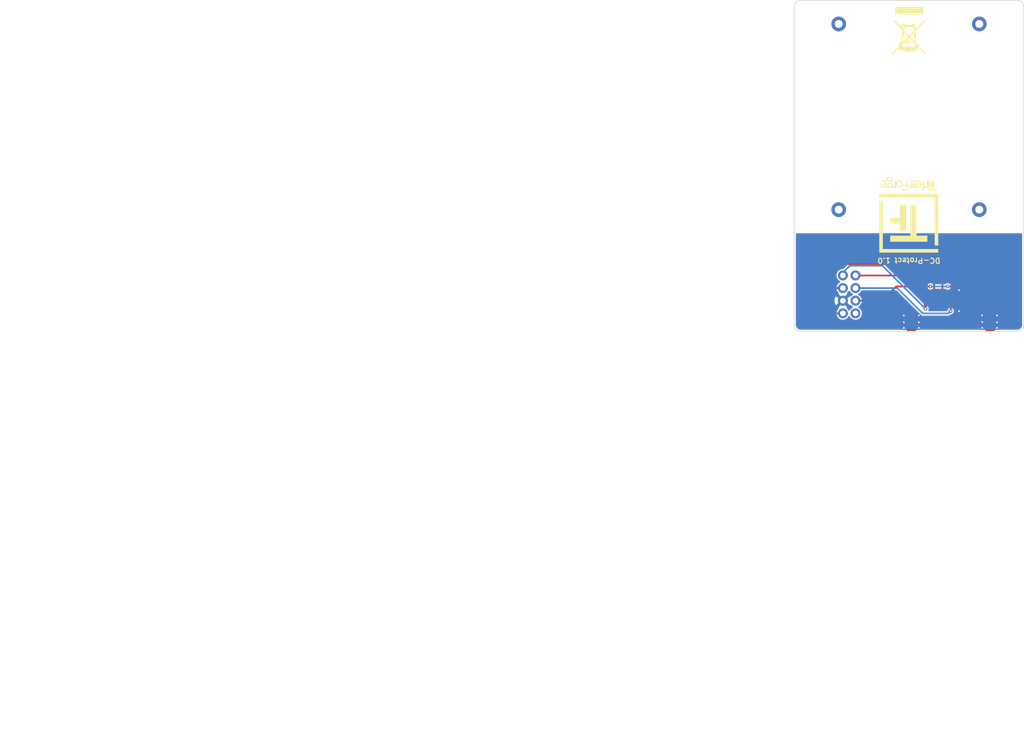
<source format=kicad_pcb>
(kicad_pcb (version 20171130) (host pcbnew "(5.1.4)-1")

  (general
    (thickness 1.6)
    (drawings 10)
    (tracks 62)
    (zones 0)
    (modules 4)
    (nets 9)
  )

  (page A4)
  (title_block
    (title "DC Protect")
    (date 2021-02-23)
    (rev 1.0)
    (company "Tinkerforge GmbH")
    (comment 1 "Licensed under CERN OHL v.1.1")
    (comment 2 "Copyright (©) 2020, T.Schneidermann <tim@tinkerforge.com>")
  )

  (layers
    (0 F.Cu signal)
    (31 B.Cu signal)
    (32 B.Adhes user)
    (33 F.Adhes user)
    (34 B.Paste user)
    (35 F.Paste user)
    (36 B.SilkS user)
    (37 F.SilkS user)
    (38 B.Mask user)
    (39 F.Mask user)
    (40 Dwgs.User user)
    (41 Cmts.User user)
    (42 Eco1.User user)
    (43 Eco2.User user)
    (44 Edge.Cuts user)
    (45 Margin user)
    (46 B.CrtYd user)
    (47 F.CrtYd user)
    (48 B.Fab user)
    (49 F.Fab user)
  )

  (setup
    (last_trace_width 0.25)
    (user_trace_width 0.2)
    (user_trace_width 0.3)
    (user_trace_width 0.5)
    (user_trace_width 0.8)
    (user_trace_width 1)
    (trace_clearance 0.149)
    (zone_clearance 0.2)
    (zone_45_only no)
    (trace_min 0.2)
    (via_size 0.55)
    (via_drill 0.25)
    (via_min_size 0.55)
    (via_min_drill 0.25)
    (user_via 0.55 0.25)
    (uvia_size 0.3)
    (uvia_drill 0.1)
    (uvias_allowed no)
    (uvia_min_size 0.2)
    (uvia_min_drill 0.1)
    (edge_width 0.1)
    (segment_width 0.2)
    (pcb_text_width 0.3)
    (pcb_text_size 1.5 1.5)
    (mod_edge_width 0.15)
    (mod_text_size 1 1)
    (mod_text_width 0.15)
    (pad_size 1.524 1.524)
    (pad_drill 0.762)
    (pad_to_mask_clearance 0)
    (aux_axis_origin 150 100)
    (grid_origin 150 100)
    (visible_elements 7FFFFFFF)
    (pcbplotparams
      (layerselection 0x010fc_ffffffff)
      (usegerberextensions true)
      (usegerberattributes false)
      (usegerberadvancedattributes false)
      (creategerberjobfile false)
      (excludeedgelayer true)
      (linewidth 0.100000)
      (plotframeref false)
      (viasonmask false)
      (mode 1)
      (useauxorigin false)
      (hpglpennumber 1)
      (hpglpenspeed 20)
      (hpglpendiameter 15.000000)
      (psnegative false)
      (psa4output false)
      (plotreference true)
      (plotvalue true)
      (plotinvisibletext false)
      (padsonsilk false)
      (subtractmaskfromsilk false)
      (outputformat 1)
      (mirror false)
      (drillshape 0)
      (scaleselection 1)
      (outputdirectory "../../../../Desktop/proto/dc-protect-180/"))
  )

  (net 0 "")
  (net 1 "Net-(P1-Pad4)")
  (net 2 "Net-(P1-Pad2)")
  (net 3 "Net-(P1-Pad6)")
  (net 4 "Net-(P1-Pad1)")
  (net 5 "Net-(P1-Pad3)")
  (net 6 "Net-(P1-Pad7)")
  (net 7 "Net-(U1-Pad8)")
  (net 8 GND)

  (net_class Default "Dies ist die voreingestellte Netzklasse."
    (clearance 0.149)
    (trace_width 0.25)
    (via_dia 0.55)
    (via_drill 0.25)
    (uvia_dia 0.3)
    (uvia_drill 0.1)
    (add_net GND)
    (add_net "Net-(P1-Pad1)")
    (add_net "Net-(P1-Pad2)")
    (add_net "Net-(P1-Pad3)")
    (add_net "Net-(P1-Pad4)")
    (add_net "Net-(P1-Pad6)")
    (add_net "Net-(P1-Pad7)")
    (add_net "Net-(U1-Pad8)")
  )

  (module tinkerforge:CON-SENSOR2 (layer F.Cu) (tedit 59030BED) (tstamp 60A21003)
    (at 156.275 132.175)
    (path /60362595)
    (fp_text reference P1 (at 0 -2.85) (layer F.Fab)
      (effects (font (size 0.3 0.3) (thickness 0.075)))
    )
    (fp_text value CON-SENSOR2-BLANK (at 0 -1.6002) (layer F.Fab)
      (effects (font (size 0.29972 0.29972) (thickness 0.07112)))
    )
    (fp_line (start -5 -0.25) (end -4.75 -0.75) (layer F.Fab) (width 0.05))
    (fp_line (start -4.75 -0.75) (end -4.5 -0.25) (layer F.Fab) (width 0.05))
    (fp_line (start -6 -0.25) (end 6 -0.25) (layer F.Fab) (width 0.05))
    (fp_line (start 6 -0.25) (end 6 -4.3) (layer F.Fab) (width 0.05))
    (fp_line (start 6 -4.3) (end -6 -4.3) (layer F.Fab) (width 0.05))
    (fp_line (start -6 -4.3) (end -6 -0.25) (layer F.Fab) (width 0.05))
    (pad 1 smd rect (at -3.75 -4.6) (size 0.6 1.8) (layers F.Cu F.Paste F.Mask)
      (net 4 "Net-(P1-Pad1)"))
    (pad 2 smd rect (at -2.5 -4.6) (size 0.6 1.8) (layers F.Cu F.Paste F.Mask)
      (net 2 "Net-(P1-Pad2)"))
    (pad EP smd rect (at -5.9 -1.2) (size 1.4 2.4) (layers F.Cu F.Paste F.Mask)
      (net 8 GND))
    (pad EP smd rect (at 5.9 -1.2) (size 1.4 2.4) (layers F.Cu F.Paste F.Mask)
      (net 8 GND))
    (pad 3 smd rect (at -1.25 -4.6) (size 0.6 1.8) (layers F.Cu F.Paste F.Mask)
      (net 5 "Net-(P1-Pad3)"))
    (pad 4 smd rect (at 0 -4.6) (size 0.6 1.8) (layers F.Cu F.Paste F.Mask)
      (net 1 "Net-(P1-Pad4)"))
    (pad 5 smd rect (at 1.25 -4.6) (size 0.6 1.8) (layers F.Cu F.Paste F.Mask)
      (net 8 GND))
    (pad 6 smd rect (at 2.5 -4.6) (size 0.6 1.8) (layers F.Cu F.Paste F.Mask)
      (net 3 "Net-(P1-Pad6)"))
    (pad 7 smd rect (at 3.75 -4.6) (size 0.6 1.8) (layers F.Cu F.Paste F.Mask)
      (net 6 "Net-(P1-Pad7)"))
    (model Connectors_TF/BrickletConn_7pin.wrl
      (offset (xyz 0 2.539999961853027 0))
      (scale (xyz 1 1 1))
      (rotate (xyz 0 0 0))
    )
  )

  (module kicad-libraries:DC-Protect (layer B.Cu) (tedit 60352734) (tstamp 603513F8)
    (at 150 100 180)
    (path /603506D1)
    (fp_text reference U1 (at 0 -0.5) (layer B.Fab)
      (effects (font (size 1 1) (thickness 0.15)) (justify mirror))
    )
    (fp_text value DC-Protect (at 0 0.5) (layer B.Fab)
      (effects (font (size 1 1) (thickness 0.15)) (justify mirror))
    )
    (fp_circle (center 0 0) (end 17 0) (layer B.Fab) (width 0.12))
    (fp_circle (center 0 0) (end 6.75 0) (layer B.Fab) (width 0.12))
    (fp_line (start 15.25 -32) (end -15.25 -32) (layer B.Fab) (width 0.12))
    (fp_line (start -15.25 -32) (end -15.25 -14.5) (layer B.Fab) (width 0.12))
    (fp_line (start -15.25 -14.5) (end -9 -14.5) (layer B.Fab) (width 0.12))
    (fp_line (start 15.25 -32) (end 15.25 -14.5) (layer B.Fab) (width 0.12))
    (fp_line (start 15.25 -14.5) (end 9 -14.5) (layer B.Fab) (width 0.12))
    (pad 1 thru_hole circle (at 9.935 -23.84 180) (size 1.5 1.5) (drill 0.85) (layers *.Cu *.Mask)
      (net 4 "Net-(P1-Pad1)"))
    (pad 3 thru_hole circle (at 9.935 -25.74 180) (size 1.5 1.5) (drill 0.85) (layers *.Cu *.Mask)
      (net 5 "Net-(P1-Pad3)"))
    (pad 5 thru_hole circle (at 9.935 -27.64 180) (size 1.5 1.5) (drill 0.85) (layers *.Cu *.Mask)
      (net 8 GND))
    (pad 2 thru_hole circle (at 8.035 -23.84 180) (size 1.5 1.5) (drill 0.85) (layers *.Cu *.Mask)
      (net 2 "Net-(P1-Pad2)"))
    (pad 4 thru_hole circle (at 8.035 -25.74 180) (size 1.5 1.5) (drill 0.85) (layers *.Cu *.Mask)
      (net 1 "Net-(P1-Pad4)"))
    (pad 6 thru_hole circle (at 8.035 -27.64 180) (size 1.5 1.5) (drill 0.85) (layers *.Cu *.Mask)
      (net 3 "Net-(P1-Pad6)"))
    (pad "" np_thru_hole circle (at 0 0 180) (size 17 17) (drill 17) (layers *.Cu *.Mask))
    (pad "" thru_hole circle (at 10.565 13.95 180) (size 2.2 2.2) (drill 1.2) (layers *.Cu *.Mask))
    (pad "" thru_hole circle (at -10.565 13.95 180) (size 2.2 2.2) (drill 1.2) (layers *.Cu *.Mask))
    (pad "" thru_hole circle (at -10.565 -13.95 180) (size 2.2 2.2) (drill 1.2) (layers *.Cu *.Mask))
    (pad "" thru_hole circle (at 10.565 -13.95 180) (size 2.2 2.2) (drill 1.2) (layers *.Cu *.Mask))
    (pad 8 thru_hole circle (at 8.035 -29.54 180) (size 1.5 1.5) (drill 0.85) (layers *.Cu *.Mask)
      (net 7 "Net-(U1-Pad8)"))
    (pad 7 thru_hole circle (at 9.935 -29.54 180) (size 1.5 1.5) (drill 0.85) (layers *.Cu *.Mask)
      (net 6 "Net-(P1-Pad7)"))
    (model ../3d/Sensors_Detectors/4641-X900.wrl
      (at (xyz 0 0 0))
      (scale (xyz 1 1 1))
      (rotate (xyz 0 0 0))
    )
  )

  (module kicad-libraries:WEEE_7mm (layer F.Cu) (tedit 5922FFAE) (tstamp 60352E0A)
    (at 150 87.1 180)
    (fp_text reference VAL (at 0 0) (layer F.SilkS) hide
      (effects (font (size 0.2 0.2) (thickness 0.05)))
    )
    (fp_text value WEEE_7mm (at 0.75 0) (layer F.SilkS) hide
      (effects (font (size 0.2 0.2) (thickness 0.05)))
    )
    (fp_poly (pts (xy 2.032 3.527778) (xy -0.014111 3.527778) (xy -2.060222 3.527778) (xy -2.060222 3.019778)
      (xy -2.060222 2.511778) (xy -0.014111 2.511778) (xy 2.032 2.511778) (xy 2.032 3.019778)
      (xy 2.032 3.527778)) (layer F.SilkS) (width 0.1))
    (fp_poly (pts (xy 2.482863 -3.409859) (xy 2.480804 -3.376179) (xy 2.471206 -3.341837) (xy 2.44964 -3.301407)
      (xy 2.411675 -3.249463) (xy 2.352883 -3.180577) (xy 2.268835 -3.089322) (xy 2.155101 -2.970274)
      (xy 2.007251 -2.818004) (xy 1.961444 -2.771041) (xy 1.439333 -2.23603) (xy 1.439333 -1.978793)
      (xy 1.439333 -1.721555) (xy 1.298222 -1.721555) (xy 1.298222 -1.994947) (xy 1.298222 -2.099005)
      (xy 1.213555 -2.017889) (xy 1.160676 -1.962169) (xy 1.131131 -1.921219) (xy 1.128889 -1.913831)
      (xy 1.153434 -1.897717) (xy 1.212566 -1.89089) (xy 1.213555 -1.890889) (xy 1.269418 -1.895963)
      (xy 1.29309 -1.922356) (xy 1.298206 -1.986828) (xy 1.298222 -1.994947) (xy 1.298222 -1.721555)
      (xy 1.28539 -1.721555) (xy 1.241376 -1.723224) (xy 1.205837 -1.724651) (xy 1.177386 -1.720468)
      (xy 1.154636 -1.705309) (xy 1.136199 -1.673804) (xy 1.120687 -1.620585) (xy 1.106713 -1.540286)
      (xy 1.092889 -1.427539) (xy 1.077827 -1.276974) (xy 1.060141 -1.083225) (xy 1.038443 -0.840924)
      (xy 1.028031 -0.725936) (xy 1.016 -0.593851) (xy 1.016 -2.342444) (xy 1.016 -2.427111)
      (xy 0.964919 -2.427111) (xy 0.964919 -2.654131) (xy 0.96044 -2.665934) (xy 0.910629 -2.701752)
      (xy 0.825292 -2.742703) (xy 0.723934 -2.781372) (xy 0.626061 -2.810345) (xy 0.551179 -2.822208)
      (xy 0.549274 -2.822222) (xy 0.494484 -2.808563) (xy 0.479778 -2.765778) (xy 0.476666 -2.742735)
      (xy 0.461334 -2.726991) (xy 0.424786 -2.717163) (xy 0.358027 -2.711867) (xy 0.252063 -2.709719)
      (xy 0.239909 -2.709686) (xy 0.239909 -2.892647) (xy 0.233665 -2.897338) (xy 0.218722 -2.899226)
      (xy 0.112749 -2.903792) (xy 0.007055 -2.899226) (xy -0.017767 -2.894178) (xy 0.007962 -2.890336)
      (xy 0.078354 -2.888317) (xy 0.112889 -2.888155) (xy 0.197687 -2.889381) (xy 0.239909 -2.892647)
      (xy 0.239909 -2.709686) (xy 0.112889 -2.709333) (xy -0.254 -2.709333) (xy -0.254 -2.782537)
      (xy -0.256796 -2.824575) (xy -0.274517 -2.843911) (xy -0.321168 -2.845575) (xy -0.402167 -2.835755)
      (xy -0.502773 -2.820747) (xy -0.559752 -2.80431) (xy -0.585498 -2.778111) (xy -0.592403 -2.733815)
      (xy -0.592667 -2.707668) (xy -0.592667 -2.624667) (xy 0.201011 -2.624667) (xy 0.434757 -2.624964)
      (xy 0.617649 -2.62606) (xy 0.755277 -2.628256) (xy 0.853229 -2.631858) (xy 0.917094 -2.637169)
      (xy 0.952461 -2.644492) (xy 0.964919 -2.654131) (xy 0.964919 -2.427111) (xy 0.026103 -2.427111)
      (xy -0.874889 -2.427111) (xy -0.874889 -2.652889) (xy -0.884518 -2.680377) (xy -0.887335 -2.681111)
      (xy -0.91143 -2.661335) (xy -0.917222 -2.652889) (xy -0.914985 -2.626883) (xy -0.904777 -2.624667)
      (xy -0.876038 -2.645153) (xy -0.874889 -2.652889) (xy -0.874889 -2.427111) (xy -0.963793 -2.427111)
      (xy -0.943537 -2.166055) (xy -0.938094 -2.087369) (xy -0.932714 -2.024235) (xy -0.92321 -1.970393)
      (xy -0.905395 -1.919583) (xy -0.875081 -1.865545) (xy -0.828081 -1.802019) (xy -0.760208 -1.722746)
      (xy -0.667273 -1.621464) (xy -0.54509 -1.491915) (xy -0.389471 -1.327837) (xy -0.366889 -1.303985)
      (xy -0.042333 -0.961041) (xy 0.205281 -1.207243) (xy 0.452896 -1.453444) (xy 0.099448 -1.461343)
      (xy -0.254 -1.469242) (xy -0.254 -1.623621) (xy -0.254 -1.778) (xy 0.183444 -1.778)
      (xy 0.620889 -1.778) (xy 0.620889 -1.701353) (xy 0.622969 -1.664993) (xy 0.634687 -1.65375)
      (xy 0.664256 -1.671682) (xy 0.719893 -1.722845) (xy 0.776111 -1.778) (xy 0.854414 -1.857186)
      (xy 0.900636 -1.914327) (xy 0.92323 -1.966659) (xy 0.930646 -2.031417) (xy 0.931333 -2.094536)
      (xy 0.934803 -2.190842) (xy 0.947055 -2.241675) (xy 0.97085 -2.257681) (xy 0.973667 -2.257778)
      (xy 1.007275 -2.28302) (xy 1.016 -2.342444) (xy 1.016 -0.593851) (xy 0.954054 0.086239)
      (xy 1.34486 0.498024) (xy 1.555216 0.719617) (xy 1.729916 0.903769) (xy 1.872041 1.054091)
      (xy 1.984676 1.174196) (xy 2.070901 1.267694) (xy 2.133801 1.338196) (xy 2.176457 1.389314)
      (xy 2.201952 1.424658) (xy 2.21337 1.447841) (xy 2.213792 1.462473) (xy 2.206301 1.472165)
      (xy 2.19398 1.480529) (xy 2.187398 1.485028) (xy 2.139541 1.515553) (xy 2.118022 1.524)
      (xy 2.094879 1.504317) (xy 2.039069 1.449218) (xy 1.956356 1.364626) (xy 1.852504 1.256463)
      (xy 1.733278 1.130652) (xy 1.678916 1.072812) (xy 1.255889 0.621625) (xy 1.239947 0.712979)
      (xy 1.197516 0.849251) (xy 1.119827 0.950313) (xy 1.079557 0.982306) (xy 1.017977 1.011638)
      (xy 1.017977 0.632978) (xy 0.995676 0.556992) (xy 0.945013 0.49721) (xy 0.945013 -1.715394)
      (xy 0.94482 -1.716067) (xy 0.923395 -1.700567) (xy 0.870211 -1.651048) (xy 0.792165 -1.57462)
      (xy 0.696154 -1.478392) (xy 0.589075 -1.369476) (xy 0.477826 -1.254981) (xy 0.369303 -1.142017)
      (xy 0.270405 -1.037695) (xy 0.188029 -0.949124) (xy 0.129071 -0.883415) (xy 0.100429 -0.847678)
      (xy 0.098778 -0.843916) (xy 0.117043 -0.81413) (xy 0.166773 -0.753937) (xy 0.240369 -0.67125)
      (xy 0.330231 -0.573984) (xy 0.42876 -0.470051) (xy 0.528358 -0.367365) (xy 0.621424 -0.273839)
      (xy 0.70036 -0.197387) (xy 0.757566 -0.145921) (xy 0.785443 -0.127355) (xy 0.786505 -0.12776)
      (xy 0.793707 -0.159396) (xy 0.805121 -0.239895) (xy 0.819901 -0.361901) (xy 0.837205 -0.51806)
      (xy 0.856186 -0.701015) (xy 0.876002 -0.903411) (xy 0.878183 -0.926402) (xy 0.897143 -1.129855)
      (xy 0.913788 -1.314176) (xy 0.927509 -1.472128) (xy 0.937694 -1.596473) (xy 0.943732 -1.679974)
      (xy 0.945013 -1.715394) (xy 0.945013 0.49721) (xy 0.944024 0.496043) (xy 0.871243 0.460602)
      (xy 0.785555 0.461141) (xy 0.764432 0.470982) (xy 0.764432 0.168896) (xy 0.745079 0.120107)
      (xy 0.697438 0.051745) (xy 0.618576 -0.041481) (xy 0.505557 -0.164861) (xy 0.374559 -0.303585)
      (xy -0.041854 -0.741711) (xy -0.132242 -0.647751) (xy -0.132242 -0.841738) (xy -0.508984 -1.238599)
      (xy -0.625421 -1.36067) (xy -0.727784 -1.466874) (xy -0.810087 -1.55109) (xy -0.866341 -1.607198)
      (xy -0.89056 -1.629078) (xy -0.891025 -1.629119) (xy -0.890844 -1.599805) (xy -0.886195 -1.523686)
      (xy -0.877886 -1.410152) (xy -0.866727 -1.268597) (xy -0.853528 -1.108412) (xy -0.839099 -0.938988)
      (xy -0.824249 -0.769717) (xy -0.809789 -0.60999) (xy -0.796527 -0.4692) (xy -0.785274 -0.356738)
      (xy -0.776839 -0.281995) (xy -0.772591 -0.25543) (xy -0.74805 -0.256656) (xy -0.687291 -0.300651)
      (xy -0.590212 -0.387499) (xy -0.456711 -0.517286) (xy -0.445848 -0.528132) (xy -0.132242 -0.841738)
      (xy -0.132242 -0.647751) (xy -0.403136 -0.366149) (xy -0.532757 -0.230252) (xy -0.62722 -0.127772)
      (xy -0.691435 -0.052372) (xy -0.730313 0.002286) (xy -0.748765 0.04254) (xy -0.751699 0.074729)
      (xy -0.750572 0.082317) (xy -0.742402 0.14269) (xy -0.732359 0.241951) (xy -0.722136 0.362656)
      (xy -0.718145 0.416278) (xy -0.699563 0.677333) (xy -0.138115 0.677333) (xy 0.423333 0.677333)
      (xy 0.423333 0.584835) (xy 0.449981 0.463491) (xy 0.523642 0.355175) (xy 0.63489 0.272054)
      (xy 0.682126 0.250719) (xy 0.73002 0.228911) (xy 0.758434 0.2034) (xy 0.764432 0.168896)
      (xy 0.764432 0.470982) (xy 0.711835 0.495489) (xy 0.659024 0.562819) (xy 0.647539 0.649049)
      (xy 0.676635 0.735445) (xy 0.723473 0.788174) (xy 0.784468 0.828555) (xy 0.830825 0.846601)
      (xy 0.832555 0.846667) (xy 0.877213 0.830394) (xy 0.938072 0.790949) (xy 0.941638 0.788174)
      (xy 1.002705 0.713529) (xy 1.017977 0.632978) (xy 1.017977 1.011638) (xy 0.949842 1.044093)
      (xy 0.810166 1.060981) (xy 0.675259 1.034339) (xy 0.559855 0.965538) (xy 0.525993 0.9308)
      (xy 0.455199 0.846667) (xy -0.0264 0.846667) (xy -0.508 0.846667) (xy -0.508 0.959556)
      (xy -0.508 1.072445) (xy -0.649111 1.072445) (xy -0.790222 1.072445) (xy -0.790222 0.975954)
      (xy -0.803072 0.881747) (xy -0.831861 0.799565) (xy -0.85235 0.735143) (xy -0.871496 0.630455)
      (xy -0.886633 0.501661) (xy -0.8916 0.437445) (xy -0.909702 0.155222) (xy -1.596125 0.853722)
      (xy -1.756866 1.017004) (xy -1.904817 1.166738) (xy -2.035402 1.29834) (xy -2.144049 1.407222)
      (xy -2.226183 1.4888) (xy -2.277232 1.538486) (xy -2.292741 1.552222) (xy -2.318618 1.535182)
      (xy -2.3368 1.518356) (xy -2.366614 1.474736) (xy -2.370667 1.458297) (xy -2.351653 1.432751)
      (xy -2.297528 1.371534) (xy -2.212667 1.27931) (xy -2.101445 1.160741) (xy -1.968236 1.020491)
      (xy -1.817416 0.863223) (xy -1.653359 0.693601) (xy -1.649999 0.690141) (xy -0.929331 -0.051823)
      (xy -1.000888 -0.874398) (xy -1.019193 -1.08713) (xy -1.035769 -1.284177) (xy -1.049992 -1.457782)
      (xy -1.061239 -1.600189) (xy -1.068889 -1.70364) (xy -1.072318 -1.760379) (xy -1.072445 -1.765937)
      (xy -1.083169 -1.796856) (xy -1.117145 -1.848518) (xy -1.177081 -1.924038) (xy -1.265681 -2.026535)
      (xy -1.385653 -2.159123) (xy -1.539703 -2.324921) (xy -1.730537 -2.527044) (xy -1.763174 -2.561396)
      (xy -1.94576 -2.753708) (xy -2.093058 -2.909847) (xy -2.208848 -3.034377) (xy -2.296909 -3.131865)
      (xy -2.361021 -3.206878) (xy -2.404962 -3.263981) (xy -2.432513 -3.30774) (xy -2.447452 -3.342721)
      (xy -2.453559 -3.373491) (xy -2.454619 -3.396775) (xy -2.455333 -3.505661) (xy -2.136329 -3.170998)
      (xy -2.000627 -3.028421) (xy -1.842494 -2.861938) (xy -1.678217 -2.688716) (xy -1.524082 -2.52592)
      (xy -1.466152 -2.46464) (xy -1.354055 -2.346541) (xy -1.256193 -2.244484) (xy -1.178749 -2.164831)
      (xy -1.127907 -2.113947) (xy -1.109886 -2.09804) (xy -1.109577 -2.126426) (xy -1.113821 -2.195386)
      (xy -1.12076 -2.279234) (xy -1.130834 -2.37523) (xy -1.143684 -2.427922) (xy -1.166434 -2.45028)
      (xy -1.206208 -2.455276) (xy -1.217475 -2.455333) (xy -1.274769 -2.462802) (xy -1.295863 -2.497097)
      (xy -1.298222 -2.54) (xy -1.290268 -2.600887) (xy -1.25796 -2.622991) (xy -1.232974 -2.624667)
      (xy -1.165809 -2.649307) (xy -1.106569 -2.707387) (xy -1.038059 -2.780849) (xy -0.96015 -2.840472)
      (xy -0.90268 -2.886543) (xy -0.87527 -2.932359) (xy -0.874889 -2.936944) (xy -0.866717 -2.958171)
      (xy -0.836053 -2.973488) (xy -0.773676 -2.98482) (xy -0.670366 -2.994091) (xy -0.571902 -3.000209)
      (xy -0.444753 -3.009947) (xy -0.342774 -3.022633) (xy -0.277341 -3.036575) (xy -0.259106 -3.046795)
      (xy -0.227621 -3.061127) (xy -0.152899 -3.071083) (xy -0.047962 -3.076818) (xy 0.074164 -3.078489)
      (xy 0.200456 -3.076251) (xy 0.31789 -3.07026) (xy 0.41344 -3.060673) (xy 0.474084 -3.047645)
      (xy 0.488466 -3.037844) (xy 0.523084 -3.012128) (xy 0.59531 -2.989452) (xy 0.645346 -2.980608)
      (xy 0.752526 -2.955733) (xy 0.873538 -2.912358) (xy 0.942299 -2.880321) (xy 1.046225 -2.831835)
      (xy 1.128071 -2.811654) (xy 1.210866 -2.814154) (xy 1.212404 -2.814358) (xy 1.324381 -2.811082)
      (xy 1.398504 -2.765955) (xy 1.435053 -2.678737) (xy 1.439333 -2.621893) (xy 1.416263 -2.519845)
      (xy 1.351912 -2.452433) (xy 1.25357 -2.427141) (xy 1.249609 -2.427111) (xy 1.20332 -2.41653)
      (xy 1.186549 -2.373932) (xy 1.185333 -2.342444) (xy 1.192841 -2.282987) (xy 1.210931 -2.257784)
      (xy 1.211244 -2.257778) (xy 1.236778 -2.277108) (xy 1.296879 -2.331881) (xy 1.386564 -2.417269)
      (xy 1.500846 -2.528446) (xy 1.634743 -2.660585) (xy 1.783269 -2.808858) (xy 1.859662 -2.885722)
      (xy 2.48217 -3.513666) (xy 2.482863 -3.409859)) (layer F.SilkS) (width 0.1))
  )

  (module kicad-libraries:Logo_TF_10x12 (layer F.Cu) (tedit 0) (tstamp 60352C19)
    (at 149.96 114.89 180)
    (fp_text reference G*** (at 0 0) (layer F.SilkS) hide
      (effects (font (size 1.524 1.524) (thickness 0.3)))
    )
    (fp_text value LOGO (at 0.75 0) (layer F.SilkS) hide
      (effects (font (size 1.524 1.524) (thickness 0.3)))
    )
    (fp_poly (pts (xy 2.875744 4.214741) (xy 2.901713 4.215197) (xy 2.922347 4.216147) (xy 2.939596 4.217748)
      (xy 2.95541 4.220156) (xy 2.971738 4.223526) (xy 2.981036 4.2257) (xy 2.99557 4.229064)
      (xy 3.008627 4.231654) (xy 3.021677 4.233556) (xy 3.036193 4.234858) (xy 3.053647 4.235647)
      (xy 3.075512 4.236012) (xy 3.103259 4.236039) (xy 3.138361 4.235816) (xy 3.1496 4.235722)
      (xy 3.185253 4.235323) (xy 3.220504 4.234764) (xy 3.253487 4.234085) (xy 3.282334 4.23333)
      (xy 3.305177 4.232539) (xy 3.317009 4.231962) (xy 3.362036 4.229258) (xy 3.362036 4.364181)
      (xy 3.265054 4.364181) (xy 3.236252 4.364288) (xy 3.210851 4.364587) (xy 3.190201 4.365046)
      (xy 3.175652 4.36563) (xy 3.168551 4.366308) (xy 3.168072 4.366543) (xy 3.170487 4.371251)
      (xy 3.176836 4.381397) (xy 3.185773 4.394835) (xy 3.186302 4.39561) (xy 3.206973 4.43038)
      (xy 3.221865 4.466432) (xy 3.231496 4.505694) (xy 3.236388 4.550096) (xy 3.237273 4.584457)
      (xy 3.234105 4.643863) (xy 3.224608 4.697477) (xy 3.208544 4.746451) (xy 3.199758 4.765963)
      (xy 3.177334 4.803259) (xy 3.148586 4.837661) (xy 3.115513 4.867149) (xy 3.080111 4.8897)
      (xy 3.075187 4.892139) (xy 3.020884 4.91355) (xy 2.960962 4.928915) (xy 2.897016 4.937959)
      (xy 2.830635 4.940409) (xy 2.800927 4.939319) (xy 2.779611 4.937911) (xy 2.761308 4.936442)
      (xy 2.748237 4.935106) (xy 2.743054 4.934267) (xy 2.739531 4.934095) (xy 2.736151 4.93654)
      (xy 2.732355 4.942786) (xy 2.727586 4.954016) (xy 2.721285 4.971414) (xy 2.712893 4.996163)
      (xy 2.710595 5.003061) (xy 2.700496 5.041199) (xy 2.697193 5.074202) (xy 2.700716 5.101626)
      (xy 2.703559 5.109807) (xy 2.708645 5.119733) (xy 2.715444 5.128076) (xy 2.724778 5.135005)
      (xy 2.737466 5.140688) (xy 2.754328 5.145295) (xy 2.776185 5.148994) (xy 2.803857 5.151954)
      (xy 2.838164 5.154345) (xy 2.879925 5.156334) (xy 2.929961 5.158092) (xy 2.939472 5.158383)
      (xy 2.987998 5.159996) (xy 3.028609 5.161735) (xy 3.062628 5.16374) (xy 3.091378 5.16615)
      (xy 3.11618 5.169105) (xy 3.138357 5.172744) (xy 3.159232 5.177205) (xy 3.180126 5.182629)
      (xy 3.186304 5.18438) (xy 3.231131 5.201463) (xy 3.269291 5.224924) (xy 3.300686 5.254655)
      (xy 3.325219 5.29055) (xy 3.342791 5.332502) (xy 3.350566 5.363655) (xy 3.354092 5.38929)
      (xy 3.356275 5.420438) (xy 3.35711 5.454262) (xy 3.356594 5.487924) (xy 3.354722 5.518589)
      (xy 3.35149 5.543419) (xy 3.350832 5.546728) (xy 3.335413 5.598713) (xy 3.312364 5.645613)
      (xy 3.281843 5.687306) (xy 3.244009 5.72367) (xy 3.19902 5.754584) (xy 3.147036 5.779926)
      (xy 3.088215 5.799574) (xy 3.022717 5.813407) (xy 2.998403 5.816833) (xy 2.958766 5.820425)
      (xy 2.913173 5.822366) (xy 2.864756 5.822662) (xy 2.816645 5.821314) (xy 2.771972 5.818326)
      (xy 2.754745 5.816556) (xy 2.690253 5.805848) (xy 2.632784 5.789534) (xy 2.582436 5.767683)
      (xy 2.539306 5.74036) (xy 2.503492 5.707632) (xy 2.475092 5.669566) (xy 2.454202 5.62623)
      (xy 2.447415 5.605512) (xy 2.441088 5.576712) (xy 2.436797 5.54349) (xy 2.434659 5.508714)
      (xy 2.434793 5.475255) (xy 2.435605 5.465836) (xy 2.59186 5.465836) (xy 2.592502 5.50229)
      (xy 2.597135 5.530272) (xy 2.608178 5.565974) (xy 2.624949 5.59637) (xy 2.647948 5.621823)
      (xy 2.677675 5.642692) (xy 2.714631 5.659338) (xy 2.759315 5.672121) (xy 2.805545 5.680479)
      (xy 2.82374 5.682096) (xy 2.848418 5.682938) (xy 2.877226 5.683061) (xy 2.90781 5.682524)
      (xy 2.937816 5.681383) (xy 2.96489 5.679697) (xy 2.986677 5.677522) (xy 2.9972 5.675808)
      (xy 3.049526 5.661636) (xy 3.093877 5.642892) (xy 3.130338 5.619512) (xy 3.158993 5.591433)
      (xy 3.179929 5.558591) (xy 3.190046 5.532701) (xy 3.194224 5.512466) (xy 3.196748 5.486687)
      (xy 3.197568 5.45864) (xy 3.196634 5.431605) (xy 3.193896 5.408859) (xy 3.192061 5.400892)
      (xy 3.180271 5.372702) (xy 3.162723 5.347829) (xy 3.141372 5.328933) (xy 3.13727 5.326369)
      (xy 3.123471 5.31884) (xy 3.109468 5.312631) (xy 3.094154 5.307582) (xy 3.076421 5.303529)
      (xy 3.05516 5.300309) (xy 3.029264 5.29776) (xy 2.997625 5.295721) (xy 2.959134 5.294028)
      (xy 2.912683 5.292519) (xy 2.904836 5.292295) (xy 2.867876 5.291189) (xy 2.832853 5.290018)
      (xy 2.801118 5.288836) (xy 2.77402 5.287698) (xy 2.752909 5.286659) (xy 2.739136 5.285774)
      (xy 2.735957 5.285471) (xy 2.71255 5.282745) (xy 2.670559 5.322273) (xy 2.646207 5.346249)
      (xy 2.62813 5.366893) (xy 2.615017 5.386144) (xy 2.605559 5.40594) (xy 2.598445 5.428221)
      (xy 2.598108 5.429511) (xy 2.59186 5.465836) (xy 2.435605 5.465836) (xy 2.437319 5.445984)
      (xy 2.440193 5.430981) (xy 2.453603 5.391216) (xy 2.473493 5.353453) (xy 2.500553 5.316726)
      (xy 2.535472 5.280068) (xy 2.568641 5.250872) (xy 2.605004 5.220854) (xy 2.594081 5.211618)
      (xy 2.576472 5.191649) (xy 2.561831 5.165127) (xy 2.551134 5.134514) (xy 2.545357 5.102275)
      (xy 2.544618 5.086701) (xy 2.545422 5.070594) (xy 2.548314 5.054835) (xy 2.554011 5.036598)
      (xy 2.563233 5.013058) (xy 2.563498 5.012418) (xy 2.573821 4.988653) (xy 2.585486 4.96358)
      (xy 2.596584 4.94124) (xy 2.600925 4.933085) (xy 2.609207 4.91752) (xy 2.615161 4.905381)
      (xy 2.617845 4.898631) (xy 2.617836 4.897903) (xy 2.613 4.894934) (xy 2.604252 4.890109)
      (xy 2.570634 4.867478) (xy 2.539033 4.837206) (xy 2.510583 4.800847) (xy 2.486421 4.759954)
      (xy 2.467683 4.716082) (xy 2.460822 4.693955) (xy 2.455725 4.668256) (xy 2.4522 4.636251)
      (xy 2.450278 4.600583) (xy 2.4502 4.590508) (xy 2.607811 4.590508) (xy 2.60972 4.623468)
      (xy 2.613858 4.651988) (xy 2.615555 4.659259) (xy 2.630559 4.700969) (xy 2.65196 4.736055)
      (xy 2.679644 4.764443) (xy 2.713496 4.786063) (xy 2.753403 4.80084) (xy 2.799251 4.808703)
      (xy 2.850926 4.809578) (xy 2.851459 4.809552) (xy 2.876101 4.807325) (xy 2.902812 4.803352)
      (xy 2.926261 4.798442) (xy 2.928625 4.797823) (xy 2.969842 4.783056) (xy 3.004047 4.762704)
      (xy 3.031537 4.736403) (xy 3.052609 4.703792) (xy 3.067559 4.664509) (xy 3.076684 4.618192)
      (xy 3.07683 4.617027) (xy 3.079291 4.573266) (xy 3.076215 4.530159) (xy 3.067994 4.489613)
      (xy 3.055017 4.453534) (xy 3.037677 4.423828) (xy 3.037015 4.422952) (xy 3.009926 4.394939)
      (xy 2.976203 4.372784) (xy 2.936531 4.356712) (xy 2.891594 4.346945) (xy 2.842076 4.343708)
      (xy 2.800794 4.34585) (xy 2.75554 4.354437) (xy 2.715346 4.37043) (xy 2.680702 4.393425)
      (xy 2.652099 4.42302) (xy 2.630026 4.458811) (xy 2.61547 4.498493) (xy 2.610683 4.52467)
      (xy 2.608131 4.556458) (xy 2.607811 4.590508) (xy 2.4502 4.590508) (xy 2.449991 4.563893)
      (xy 2.451371 4.528823) (xy 2.454448 4.498018) (xy 2.458251 4.477824) (xy 2.476227 4.424272)
      (xy 2.501695 4.375471) (xy 2.534123 4.332078) (xy 2.572979 4.294752) (xy 2.617732 4.264151)
      (xy 2.640289 4.25245) (xy 2.667464 4.240219) (xy 2.691712 4.230886) (xy 2.715031 4.224078)
      (xy 2.739418 4.219422) (xy 2.766869 4.216544) (xy 2.799381 4.21507) (xy 2.838951 4.214626)
      (xy 2.842491 4.214624) (xy 2.875744 4.214741)) (layer F.SilkS) (width 0.01))
    (fp_poly (pts (xy -0.993558 4.213079) (xy -0.950311 4.215173) (xy -0.914074 4.218524) (xy -0.882652 4.223641)
      (xy -0.853847 4.231034) (xy -0.825465 4.241208) (xy -0.79531 4.254675) (xy -0.778944 4.262769)
      (xy -0.733314 4.290983) (xy -0.69315 4.326537) (xy -0.658552 4.369252) (xy -0.629623 4.418949)
      (xy -0.606464 4.475449) (xy -0.589176 4.538572) (xy -0.57786 4.608139) (xy -0.576602 4.619947)
      (xy -0.574515 4.643445) (xy -0.573401 4.664002) (xy -0.573297 4.684133) (xy -0.574244 4.706356)
      (xy -0.576278 4.733186) (xy -0.578751 4.760034) (xy -0.581321 4.787492) (xy -0.583533 4.812536)
      (xy -0.585241 4.833395) (xy -0.586299 4.848299) (xy -0.586579 4.854863) (xy -0.586509 4.867563)
      (xy -1.229762 4.867563) (xy -1.226695 4.907972) (xy -1.222049 4.948007) (xy -1.214519 4.980902)
      (xy -1.20365 5.008427) (xy -1.198517 5.017902) (xy -1.17558 5.050741) (xy -1.148952 5.076247)
      (xy -1.116946 5.09575) (xy -1.082995 5.109002) (xy -1.071618 5.112395) (xy -1.060813 5.11493)
      (xy -1.049033 5.116714) (xy -1.034727 5.117859) (xy -1.016346 5.118472) (xy -0.99234 5.118663)
      (xy -0.96116 5.118542) (xy -0.949037 5.118453) (xy -0.910961 5.117798) (xy -0.868227 5.116479)
      (xy -0.82444 5.114643) (xy -0.783206 5.112438) (xy -0.752764 5.110379) (xy -0.722383 5.108136)
      (xy -0.693535 5.106173) (xy -0.668084 5.104604) (xy -0.647893 5.103543) (xy -0.634825 5.103104)
      (xy -0.633846 5.103098) (xy -0.6096 5.103091) (xy -0.6096 5.193145) (xy -0.609646 5.224101)
      (xy -0.609859 5.247022) (xy -0.610359 5.263111) (xy -0.611262 5.273569) (xy -0.612686 5.279599)
      (xy -0.614748 5.282402) (xy -0.617564 5.283181) (xy -0.61839 5.2832) (xy -0.626523 5.284095)
      (xy -0.641259 5.286505) (xy -0.660171 5.290012) (xy -0.672654 5.292499) (xy -0.735191 5.304492)
      (xy -0.792084 5.313556) (xy -0.846326 5.320029) (xy -0.900915 5.324246) (xy -0.958843 5.326544)
      (xy -0.979055 5.326936) (xy -1.010777 5.327322) (xy -1.040258 5.327506) (xy -1.065958 5.32749)
      (xy -1.086335 5.327281) (xy -1.099849 5.326881) (xy -1.103746 5.326589) (xy -1.136074 5.320994)
      (xy -1.171532 5.312153) (xy -1.207437 5.300951) (xy -1.241106 5.288276) (xy -1.269854 5.275013)
      (xy -1.283505 5.267217) (xy -1.327806 5.233773) (xy -1.366054 5.19341) (xy -1.398268 5.1461)
      (xy -1.424465 5.091814) (xy -1.444663 5.030526) (xy -1.452686 4.996434) (xy -1.462628 4.936534)
      (xy -1.469134 4.871105) (xy -1.472021 4.803263) (xy -1.471106 4.736123) (xy -1.469552 4.708997)
      (xy -1.465533 4.671067) (xy -1.233055 4.671067) (xy -1.233055 4.687547) (xy -0.810491 4.685145)
      (xy -0.812159 4.643581) (xy -0.815329 4.608512) (xy -0.821678 4.572987) (xy -0.830558 4.539494)
      (xy -0.841323 4.51052) (xy -0.85192 4.49062) (xy -0.877628 4.459865) (xy -0.909507 4.43547)
      (xy -0.932878 4.423599) (xy -0.944871 4.419067) (xy -0.956721 4.416008) (xy -0.970685 4.41414)
      (xy -0.989019 4.413177) (xy -1.013982 4.412837) (xy -1.018549 4.412822) (xy -1.078825 4.412672)
      (xy -1.114075 4.430094) (xy -1.148158 4.451076) (xy -1.175512 4.477485) (xy -1.197551 4.510733)
      (xy -1.200578 4.516581) (xy -1.210014 4.539946) (xy -1.218604 4.569539) (xy -1.225718 4.602356)
      (xy -1.230722 4.635393) (xy -1.232986 4.665644) (xy -1.233055 4.671067) (xy -1.465533 4.671067)
      (xy -1.461254 4.630693) (xy -1.447981 4.559857) (xy -1.42957 4.496075) (xy -1.405859 4.438931)
      (xy -1.376683 4.38801) (xy -1.34188 4.342896) (xy -1.315014 4.315414) (xy -1.274363 4.282053)
      (xy -1.231007 4.255573) (xy -1.184029 4.235681) (xy -1.132515 4.222088) (xy -1.075549 4.214501)
      (xy -1.012217 4.21263) (xy -0.993558 4.213079)) (layer F.SilkS) (width 0.01))
    (fp_poly (pts (xy 1.469163 4.214863) (xy 1.532286 4.224051) (xy 1.588966 4.239558) (xy 1.639494 4.261541)
      (xy 1.684157 4.290158) (xy 1.723245 4.325568) (xy 1.757047 4.367929) (xy 1.785851 4.417399)
      (xy 1.789738 4.425399) (xy 1.809552 4.475114) (xy 1.825551 4.531862) (xy 1.837672 4.594236)
      (xy 1.845855 4.660831) (xy 1.850036 4.730239) (xy 1.850153 4.801055) (xy 1.846146 4.871872)
      (xy 1.83795 4.941283) (xy 1.825505 5.007882) (xy 1.816975 5.042258) (xy 1.796906 5.101603)
      (xy 1.770861 5.15399) (xy 1.738793 5.199453) (xy 1.700654 5.238023) (xy 1.656396 5.269732)
      (xy 1.605972 5.294614) (xy 1.549335 5.312701) (xy 1.486437 5.324025) (xy 1.417231 5.328618)
      (xy 1.397 5.328704) (xy 1.371299 5.32822) (xy 1.346083 5.327272) (xy 1.3243 5.325998)
      (xy 1.309254 5.324583) (xy 1.249724 5.313704) (xy 1.196064 5.297282) (xy 1.14814 5.275089)
      (xy 1.105814 5.246897) (xy 1.068949 5.212476) (xy 1.03741 5.1716) (xy 1.011059 5.12404)
      (xy 0.98976 5.069567) (xy 0.973376 5.007954) (xy 0.961772 4.938971) (xy 0.954809 4.862392)
      (xy 0.952352 4.777988) (xy 0.952407 4.772564) (xy 1.114978 4.772564) (xy 1.115531 4.815509)
      (xy 1.116874 4.856409) (xy 1.119008 4.893391) (xy 1.121932 4.924578) (xy 1.123969 4.939145)
      (xy 1.136109 4.996401) (xy 1.152506 5.045638) (xy 1.173392 5.087152) (xy 1.198998 5.121235)
      (xy 1.229555 5.148184) (xy 1.265292 5.16829) (xy 1.306443 5.18185) (xy 1.316182 5.183971)
      (xy 1.341568 5.187526) (xy 1.372511 5.189572) (xy 1.405895 5.190109) (xy 1.438603 5.189136)
      (xy 1.46752 5.186654) (xy 1.483982 5.183988) (xy 1.522083 5.173216) (xy 1.554555 5.157644)
      (xy 1.584408 5.135742) (xy 1.591585 5.129312) (xy 1.61616 5.102461) (xy 1.636333 5.071024)
      (xy 1.652738 5.033715) (xy 1.66601 4.989246) (xy 1.670584 4.969163) (xy 1.674118 4.951972)
      (xy 1.676899 4.936786) (xy 1.679019 4.92216) (xy 1.680572 4.906649) (xy 1.681649 4.888808)
      (xy 1.682345 4.867192) (xy 1.682751 4.840356) (xy 1.682961 4.806855) (xy 1.683048 4.7752)
      (xy 1.683051 4.733796) (xy 1.682833 4.700325) (xy 1.682333 4.673482) (xy 1.681491 4.651964)
      (xy 1.680249 4.634468) (xy 1.678545 4.619691) (xy 1.676321 4.606329) (xy 1.674981 4.599709)
      (xy 1.662858 4.55015) (xy 1.649008 4.508438) (xy 1.632815 4.473249) (xy 1.613666 4.44326)
      (xy 1.590943 4.417149) (xy 1.58934 4.415566) (xy 1.557959 4.39005) (xy 1.522354 4.371132)
      (xy 1.481759 4.358578) (xy 1.435407 4.352151) (xy 1.382532 4.351617) (xy 1.381413 4.351664)
      (xy 1.329367 4.356722) (xy 1.28401 4.367358) (xy 1.244916 4.383973) (xy 1.211656 4.406968)
      (xy 1.183805 4.436743) (xy 1.160933 4.473697) (xy 1.142615 4.518232) (xy 1.128423 4.570748)
      (xy 1.124041 4.592781) (xy 1.120652 4.617831) (xy 1.118051 4.650208) (xy 1.116238 4.688039)
      (xy 1.115213 4.729449) (xy 1.114978 4.772564) (xy 0.952407 4.772564) (xy 0.952852 4.729018)
      (xy 0.953903 4.694187) (xy 0.955416 4.660142) (xy 0.95727 4.628861) (xy 0.959342 4.602322)
      (xy 0.961512 4.582504) (xy 0.962103 4.578537) (xy 0.976458 4.509884) (xy 0.996136 4.448712)
      (xy 1.021296 4.394885) (xy 1.052099 4.348271) (xy 1.088704 4.308736) (xy 1.13127 4.276145)
      (xy 1.179958 4.250365) (xy 1.234926 4.231262) (xy 1.296334 4.218702) (xy 1.364343 4.212551)
      (xy 1.399309 4.211836) (xy 1.469163 4.214863)) (layer F.SilkS) (width 0.01))
    (fp_poly (pts (xy 3.815993 4.212061) (xy 3.862811 4.215306) (xy 3.905976 4.22178) (xy 3.941618 4.231008)
      (xy 3.994968 4.252811) (xy 4.042105 4.280671) (xy 4.083169 4.314802) (xy 4.118301 4.355414)
      (xy 4.147642 4.402721) (xy 4.171333 4.456934) (xy 4.189514 4.518267) (xy 4.202326 4.586931)
      (xy 4.207526 4.632077) (xy 4.210174 4.667881) (xy 4.210903 4.699563) (xy 4.209728 4.732037)
      (xy 4.207874 4.756768) (xy 4.205893 4.780397) (xy 4.204246 4.801173) (xy 4.203081 4.817123)
      (xy 4.202549 4.82627) (xy 4.202532 4.827154) (xy 4.202138 4.828667) (xy 4.200545 4.829978)
      (xy 4.19714 4.831104) (xy 4.191312 4.832056) (xy 4.182449 4.832851) (xy 4.169939 4.833501)
      (xy 4.153172 4.834023) (xy 4.131536 4.834428) (xy 4.104418 4.834733) (xy 4.071208 4.83495)
      (xy 4.031293 4.835095) (xy 3.984063 4.835181) (xy 3.928905 4.835224) (xy 3.865209 4.835236)
      (xy 3.508557 4.835236) (xy 3.511781 4.883353) (xy 3.518922 4.946756) (xy 3.531353 5.002605)
      (xy 3.549085 5.050926) (xy 3.572128 5.091744) (xy 3.600495 5.125085) (xy 3.627754 5.146876)
      (xy 3.647334 5.158978) (xy 3.666758 5.168792) (xy 3.687164 5.176481) (xy 3.709694 5.18221)
      (xy 3.735485 5.186142) (xy 3.765678 5.188441) (xy 3.801414 5.18927) (xy 3.84383 5.188794)
      (xy 3.894068 5.187176) (xy 3.905113 5.186731) (xy 3.942751 5.185078) (xy 3.981583 5.183196)
      (xy 4.019367 5.181207) (xy 4.053861 5.179231) (xy 4.082822 5.177391) (xy 4.097595 5.176326)
      (xy 4.121655 5.174592) (xy 4.142249 5.17335) (xy 4.15772 5.172679) (xy 4.166408 5.172662)
      (xy 4.167671 5.172895) (xy 4.168443 5.177945) (xy 4.169243 5.190444) (xy 4.169985 5.208607)
      (xy 4.170581 5.230647) (xy 4.170663 5.234743) (xy 4.17181 5.294745) (xy 4.132914 5.300381)
      (xy 4.088059 5.306346) (xy 4.040189 5.311756) (xy 3.990583 5.316539) (xy 3.94052 5.320623)
      (xy 3.891282 5.323936) (xy 3.844146 5.326407) (xy 3.800394 5.327963) (xy 3.761305 5.328532)
      (xy 3.728159 5.328043) (xy 3.702235 5.326423) (xy 3.692236 5.325143) (xy 3.632833 5.311991)
      (xy 3.57935 5.292721) (xy 3.531696 5.267179) (xy 3.489779 5.235208) (xy 3.453507 5.196652)
      (xy 3.42279 5.151355) (xy 3.397535 5.099162) (xy 3.377652 5.039916) (xy 3.36305 4.973462)
      (xy 3.353636 4.899643) (xy 3.349319 4.818304) (xy 3.349659 4.740563) (xy 3.351041 4.710545)
      (xy 3.504634 4.710545) (xy 4.055186 4.710545) (xy 4.052232 4.663209) (xy 4.045639 4.5979)
      (xy 4.03442 4.5405) (xy 4.018441 4.490847) (xy 3.997568 4.448779) (xy 3.971668 4.414133)
      (xy 3.940605 4.386747) (xy 3.904245 4.36646) (xy 3.862455 4.353109) (xy 3.815101 4.346533)
      (xy 3.789402 4.345734) (xy 3.762584 4.346237) (xy 3.740792 4.348144) (xy 3.720532 4.352106)
      (xy 3.69831 4.358773) (xy 3.675725 4.36688) (xy 3.637429 4.386028) (xy 3.603666 4.412945)
      (xy 3.574683 4.447218) (xy 3.55073 4.488434) (xy 3.532052 4.536179) (xy 3.5189 4.59004)
      (xy 3.512369 4.638963) (xy 3.510501 4.658861) (xy 3.508515 4.67821) (xy 3.507068 4.690918)
      (xy 3.504634 4.710545) (xy 3.351041 4.710545) (xy 3.35241 4.680848) (xy 3.357281 4.628371)
      (xy 3.364547 4.581321) (xy 3.374481 4.537884) (xy 3.385918 4.500418) (xy 3.41034 4.439425)
      (xy 3.43947 4.386195) (xy 3.473679 4.340337) (xy 3.51334 4.301459) (xy 3.558826 4.269167)
      (xy 3.610508 4.243069) (xy 3.641436 4.231308) (xy 3.678243 4.221667) (xy 3.721246 4.215243)
      (xy 3.767984 4.212041) (xy 3.815993 4.212061)) (layer F.SilkS) (width 0.01))
    (fp_poly (pts (xy -3.020291 4.054763) (xy -3.486552 4.054763) (xy -3.489068 4.065154) (xy -3.489364 4.070962)
      (xy -3.489632 4.085458) (xy -3.48987 4.108095) (xy -3.490076 4.138325) (xy -3.490251 4.1756)
      (xy -3.490393 4.219374) (xy -3.490501 4.269097) (xy -3.490573 4.324222) (xy -3.490609 4.384201)
      (xy -3.490608 4.448487) (xy -3.490568 4.516533) (xy -3.490489 4.587789) (xy -3.490368 4.661709)
      (xy -3.490311 4.690918) (xy -3.489037 5.306291) (xy -3.731458 5.306291) (xy -3.732629 4.681681)
      (xy -3.7338 4.057072) (xy -4.211782 4.05468) (xy -4.211782 3.819236) (xy -3.020291 3.819236)
      (xy -3.020291 4.054763)) (layer F.SilkS) (width 0.01))
    (fp_poly (pts (xy -3.112655 5.306291) (xy -3.3528 5.306291) (xy -3.3528 4.234872) (xy -3.112655 4.234872)
      (xy -3.112655 5.306291)) (layer F.SilkS) (width 0.01))
    (fp_poly (pts (xy -2.403779 4.216113) (xy -2.355871 4.225914) (xy -2.313434 4.241095) (xy -2.306782 4.244255)
      (xy -2.266917 4.267769) (xy -2.232937 4.296314) (xy -2.203865 4.330976) (xy -2.178724 4.372841)
      (xy -2.165397 4.401222) (xy -2.153362 4.434137) (xy -2.142298 4.474057) (xy -2.132682 4.518766)
      (xy -2.124992 4.566045) (xy -2.119713 4.613563) (xy -2.118957 4.627264) (xy -2.118239 4.649284)
      (xy -2.117571 4.678707) (xy -2.116963 4.714617) (xy -2.116427 4.756096) (xy -2.115974 4.802229)
      (xy -2.115615 4.852098) (xy -2.115361 4.904787) (xy -2.115223 4.959379) (xy -2.115201 4.986481)
      (xy -2.115128 5.306291) (xy -2.355273 5.306291) (xy -2.355273 4.986131) (xy -2.35531 4.918577)
      (xy -2.355441 4.85952) (xy -2.355696 4.808218) (xy -2.356106 4.763932) (xy -2.356702 4.725922)
      (xy -2.357514 4.693448) (xy -2.358573 4.665769) (xy -2.359909 4.642145) (xy -2.361552 4.621837)
      (xy -2.363533 4.604103) (xy -2.365883 4.588205) (xy -2.368632 4.573402) (xy -2.371811 4.558953)
      (xy -2.373108 4.553527) (xy -2.3858 4.518062) (xy -2.4051 4.486641) (xy -2.429806 4.460824)
      (xy -2.458716 4.442173) (xy -2.458914 4.442079) (xy -2.483172 4.433233) (xy -2.51023 4.428725)
      (xy -2.541326 4.428575) (xy -2.577691 4.432801) (xy -2.620563 4.441423) (xy -2.634827 4.444858)
      (xy -2.660849 4.451605) (xy -2.68629 4.458702) (xy -2.70851 4.465378) (xy -2.724866 4.470866)
      (xy -2.727037 4.471689) (xy -2.754746 4.482499) (xy -2.755925 4.894395) (xy -2.757105 5.306291)
      (xy -2.9972 5.306291) (xy -2.9972 4.234872) (xy -2.757055 4.234872) (xy -2.757055 4.259503)
      (xy -2.756588 4.273786) (xy -2.755389 4.283922) (xy -2.75436 4.286828) (xy -2.749045 4.286498)
      (xy -2.739356 4.282251) (xy -2.737041 4.280945) (xy -2.721402 4.273163) (xy -2.699031 4.263856)
      (xy -2.672146 4.253785) (xy -2.642963 4.243714) (xy -2.613699 4.234404) (xy -2.586572 4.226618)
      (xy -2.563798 4.221116) (xy -2.561773 4.220706) (xy -2.508586 4.213338) (xy -2.455303 4.211864)
      (xy -2.403779 4.216113)) (layer F.SilkS) (width 0.01))
    (fp_poly (pts (xy -1.451468 4.235682) (xy -1.430269 4.235878) (xy -1.415698 4.236205) (xy -1.4089 4.236658)
      (xy -1.408546 4.236805) (xy -1.41099 4.242093) (xy -1.418142 4.254704) (xy -1.42973 4.274181)
      (xy -1.445485 4.300067) (xy -1.460189 4.323925) (xy -1.469953 4.339911) (xy -1.477536 4.352729)
      (xy -1.481848 4.360513) (xy -1.482437 4.361936) (xy -1.484734 4.366596) (xy -1.490725 4.376709)
      (xy -1.498226 4.388684) (xy -1.50837 4.40485) (xy -1.517911 4.420556) (xy -1.522943 4.429183)
      (xy -1.530459 4.44216) (xy -1.541768 4.461251) (xy -1.555818 4.484708) (xy -1.571561 4.510779)
      (xy -1.587947 4.537714) (xy -1.59338 4.5466) (xy -1.613979 4.580455) (xy -1.633764 4.613386)
      (xy -1.652175 4.644424) (xy -1.668653 4.672603) (xy -1.682636 4.696956) (xy -1.693567 4.716515)
      (xy -1.700885 4.730315) (xy -1.70403 4.737389) (xy -1.704109 4.737877) (xy -1.701943 4.743826)
      (xy -1.695949 4.756319) (xy -1.686882 4.773882) (xy -1.675499 4.795039) (xy -1.666321 4.811618)
      (xy -1.638049 4.862211) (xy -1.614108 4.905271) (xy -1.594235 4.941277) (xy -1.578164 4.970707)
      (xy -1.567811 4.989945) (xy -1.556772 5.010436) (xy -1.54186 5.037814) (xy -1.523718 5.070908)
      (xy -1.502991 5.10855) (xy -1.480324 5.14957) (xy -1.456362 5.192798) (xy -1.431749 5.237066)
      (xy -1.415042 5.267036) (xy -1.406403 5.282598) (xy -1.39959 5.295026) (xy -1.395798 5.302133)
      (xy -1.395461 5.302827) (xy -1.399489 5.303703) (xy -1.411628 5.304497) (xy -1.430756 5.305181)
      (xy -1.455747 5.305726) (xy -1.485479 5.306102) (xy -1.518825 5.30628) (xy -1.529432 5.306291)
      (xy -1.56858 5.306253) (xy -1.599503 5.3061) (xy -1.623215 5.305776) (xy -1.640726 5.30522)
      (xy -1.653048 5.304375) (xy -1.661194 5.303184) (xy -1.666174 5.301586) (xy -1.669003 5.299526)
      (xy -1.669985 5.298209) (xy -1.674604 5.290491) (xy -1.683377 5.275521) (xy -1.695864 5.25406)
      (xy -1.711627 5.226869) (xy -1.730225 5.19471) (xy -1.751219 5.158344) (xy -1.774171 5.118532)
      (xy -1.798639 5.076035) (xy -1.824186 5.031614) (xy -1.850371 4.98603) (xy -1.875732 4.94183)
      (xy -1.888989 4.918782) (xy -1.900649 4.898643) (xy -1.909945 4.882729) (xy -1.916107 4.872357)
      (xy -1.918329 4.868859) (xy -1.92323 4.868895) (xy -1.934893 4.870253) (xy -1.950999 4.872561)
      (xy -1.96923 4.875451) (xy -1.987266 4.878551) (xy -2.00279 4.881491) (xy -2.013483 4.883903)
      (xy -2.014682 4.884242) (xy -2.017176 4.884459) (xy -2.019098 4.882746) (xy -2.020522 4.878069)
      (xy -2.021523 4.869396) (xy -2.022174 4.855694) (xy -2.022548 4.83593) (xy -2.02272 4.809071)
      (xy -2.022764 4.774085) (xy -2.022764 4.771165) (xy -2.02263 4.739456) (xy -2.022255 4.710902)
      (xy -2.021675 4.686771) (xy -2.020928 4.66833) (xy -2.020051 4.656846) (xy -2.019283 4.653521)
      (xy -2.013473 4.652024) (xy -2.000658 4.649739) (xy -1.982998 4.64703) (xy -1.970619 4.645306)
      (xy -1.925436 4.639242) (xy -1.885671 4.574448) (xy -1.870185 4.549282) (xy -1.854395 4.523735)
      (xy -1.839796 4.500222) (xy -1.827885 4.481156) (xy -1.82402 4.475018) (xy -1.813334 4.457947)
      (xy -1.7995 4.43562) (xy -1.784151 4.410681) (xy -1.768919 4.385776) (xy -1.765822 4.380688)
      (xy -1.750316 4.355216) (xy -1.733878 4.328239) (xy -1.718324 4.302738) (xy -1.705473 4.281698)
      (xy -1.703878 4.279088) (xy -1.678246 4.237181) (xy -1.543396 4.235957) (xy -1.509176 4.235714)
      (xy -1.478151 4.235625) (xy -1.451468 4.235682)) (layer F.SilkS) (width 0.01))
    (fp_poly (pts (xy 0.039051 4.216253) (xy 0.039762 4.228719) (xy 0.040286 4.248072) (xy 0.0406 4.27314)
      (xy 0.040685 4.30275) (xy 0.040519 4.335727) (xy 0.040482 4.339749) (xy 0.039254 4.467716)
      (xy 0.013854 4.473021) (xy -0.02398 4.481878) (xy -0.065604 4.493255) (xy -0.108777 4.506411)
      (xy -0.151257 4.520606) (xy -0.190803 4.535101) (xy -0.225173 4.549154) (xy -0.245918 4.558815)
      (xy -0.272473 4.572133) (xy -0.272473 5.306291) (xy -0.512618 5.306291) (xy -0.512618 4.234872)
      (xy -0.272749 4.234872) (xy -0.271456 4.292609) (xy -0.270164 4.350346) (xy -0.244099 4.331846)
      (xy -0.223052 4.318272) (xy -0.195658 4.302618) (xy -0.164217 4.286051) (xy -0.131026 4.269744)
      (xy -0.098383 4.254865) (xy -0.069273 4.242848) (xy -0.047665 4.235031) (xy -0.024315 4.227411)
      (xy -0.001523 4.22065) (xy 0.018417 4.215411) (xy 0.033207 4.212356) (xy 0.038173 4.21185)
      (xy 0.039051 4.216253)) (layer F.SilkS) (width 0.01))
    (fp_poly (pts (xy 0.295563 4.548841) (xy 0.592282 4.550029) (xy 0.889 4.551218) (xy 0.890271 4.62392)
      (xy 0.891543 4.696623) (xy 0.594708 4.697811) (xy 0.297872 4.699) (xy 0.296685 5.002645)
      (xy 0.295497 5.306291) (xy 0.133927 5.306291) (xy 0.133927 4.202545) (xy 0.295563 4.202545)
      (xy 0.295563 4.548841)) (layer F.SilkS) (width 0.01))
    (fp_poly (pts (xy 2.4384 4.376188) (xy 2.409536 4.382089) (xy 2.377172 4.390188) (xy 2.338862 4.402208)
      (xy 2.296596 4.417347) (xy 2.252367 4.434804) (xy 2.208166 4.453777) (xy 2.165985 4.473465)
      (xy 2.127816 4.493068) (xy 2.112818 4.501452) (xy 2.080491 4.520081) (xy 2.07931 4.913186)
      (xy 2.07813 5.306291) (xy 1.921163 5.306291) (xy 1.921163 4.230254) (xy 2.078182 4.230254)
      (xy 2.078182 4.301836) (xy 2.078277 4.326368) (xy 2.078542 4.347276) (xy 2.078941 4.362992)
      (xy 2.07944 4.371944) (xy 2.079758 4.373418) (xy 2.084022 4.371034) (xy 2.094261 4.364607)
      (xy 2.108771 4.35522) (xy 2.120167 4.347726) (xy 2.150325 4.329122) (xy 2.18543 4.309698)
      (xy 2.223804 4.290198) (xy 2.263768 4.271367) (xy 2.303643 4.253948) (xy 2.341749 4.238686)
      (xy 2.376408 4.226325) (xy 2.405941 4.21761) (xy 2.421082 4.214339) (xy 2.4384 4.211363)
      (xy 2.4384 4.376188)) (layer F.SilkS) (width 0.01))
    (fp_poly (pts (xy -2.036618 4.144818) (xy -2.036648 4.201409) (xy -2.036732 4.255246) (xy -2.036866 4.305626)
      (xy -2.037047 4.351846) (xy -2.037269 4.393204) (xy -2.037528 4.428998) (xy -2.037819 4.458526)
      (xy -2.038139 4.481085) (xy -2.038481 4.495973) (xy -2.038843 4.502487) (xy -2.038928 4.502727)
      (xy -2.040743 4.4988) (xy -2.041265 4.492336) (xy -2.043002 4.479198) (xy -2.047708 4.459664)
      (xy -2.054702 4.435822) (xy -2.063305 4.409761) (xy -2.072835 4.383569) (xy -2.082614 4.359335)
      (xy -2.089652 4.3438) (xy -2.119636 4.29057) (xy -2.154611 4.244914) (xy -2.194968 4.206393)
      (xy -2.2411 4.174572) (xy -2.241564 4.174302) (xy -2.276451 4.154054) (xy -2.276607 3.970481)
      (xy -2.276764 3.786909) (xy -2.036618 3.786909) (xy -2.036618 4.144818)) (layer F.SilkS) (width 0.01))
    (fp_poly (pts (xy 1.020618 3.9624) (xy 0.133927 3.9624) (xy 0.133927 3.81) (xy 1.020618 3.81)
      (xy 1.020618 3.9624)) (layer F.SilkS) (width 0.01))
    (fp_poly (pts (xy -3.902364 2.807854) (xy 4.4196 2.807854) (xy 4.4196 3.338945) (xy -4.433455 3.338945)
      (xy -4.433455 -4.447309) (xy -3.902364 -4.447309) (xy -3.902364 2.807854)) (layer F.SilkS) (width 0.01))
    (fp_poly (pts (xy 4.4196 2.272145) (xy 3.888509 2.272145) (xy 3.888509 -4.983019) (xy -4.433455 -4.983019)
      (xy -4.433455 -5.514109) (xy 4.4196 -5.514109) (xy 4.4196 2.272145)) (layer F.SilkS) (width 0.01))
    (fp_poly (pts (xy 2.784763 -2.974109) (xy -0.240146 -2.974109) (xy -0.240146 1.704109) (xy -1.173018 1.704109)
      (xy -1.173018 -2.974109) (xy -2.798618 -2.974109) (xy -2.798618 -3.879273) (xy 2.784763 -3.879273)
      (xy 2.784763 -2.974109)) (layer F.SilkS) (width 0.01))
    (fp_poly (pts (xy 1.330036 -1.149928) (xy 2.784763 -1.149928) (xy 2.784763 -0.300211) (xy 1.332345 -0.297873)
      (xy 1.330015 1.704109) (xy 0.397163 1.704109) (xy 0.397163 -2.322946) (xy 1.330036 -2.322946)
      (xy 1.330036 -1.149928)) (layer F.SilkS) (width 0.01))
  )

  (gr_text "DC-Protect 1.0" (at 150 121.6 180) (layer F.SilkS)
    (effects (font (size 0.8 0.8) (thickness 0.15)))
  )
  (gr_arc (start 166.25 131.25) (end 166.25 132.25) (angle -90) (layer Edge.Cuts) (width 0.1))
  (gr_arc (start 133.75 131.25) (end 132.75 131.25) (angle -90) (layer Edge.Cuts) (width 0.1))
  (gr_arc (start 166.25 83.5) (end 167.25 83.5) (angle -90) (layer Edge.Cuts) (width 0.1))
  (gr_arc (start 133.75 83.5) (end 133.75 82.5) (angle -90) (layer Edge.Cuts) (width 0.1))
  (gr_line (start 133.75 132.25) (end 166.25 132.25) (layer Edge.Cuts) (width 0.1) (tstamp 6035152F))
  (gr_line (start 132.75 83.5) (end 132.75 131.25) (layer Edge.Cuts) (width 0.1))
  (gr_line (start 166.25 82.5) (end 133.75 82.5) (layer Edge.Cuts) (width 0.1))
  (gr_line (start 167.25 131.25) (end 167.25 83.5) (layer Edge.Cuts) (width 0.1))
  (gr_text "Copyright Tinkerforge GmbH 2021.\nThis documentation describes Open Hardware and is licensed under the\nCERN OHL v. 1.1.\nYou may redistribute and modify this documentation under the terms of the\nCERN OHL v.1.1. (http://ohwr.org/cernohl). This documentation is distributed\nWITHOUT ANY EXPRESS OR IMPLIED WARRANTY, INCLUDING OF\nMERCHANTABILITY, SATISFACTORY QUALITY AND FITNESS FOR A\nPARTICULAR PURPOSE. Please see the CERN OHL v.1.1 for applicable\nconditions\n" (at 58.6 184.4) (layer F.Fab)
    (effects (font (size 1.5 1.5) (thickness 0.3)))
  )

  (via (at 156.25 129.2) (size 0.55) (drill 0.25) (layers F.Cu B.Cu) (net 1))
  (segment (start 156.275 127.575) (end 156.275 129.175) (width 0.25) (layer F.Cu) (net 1))
  (segment (start 156.275 129.175) (end 156.25 129.2) (width 0.25) (layer F.Cu) (net 1))
  (segment (start 143.02566 125.74) (end 141.965 125.74) (width 0.25) (layer B.Cu) (net 1))
  (segment (start 148.24 125.74) (end 143.02566 125.74) (width 0.25) (layer B.Cu) (net 1))
  (segment (start 152.05 129.55) (end 148.24 125.74) (width 0.25) (layer B.Cu) (net 1))
  (segment (start 156.25 129.2) (end 155.9 129.55) (width 0.25) (layer B.Cu) (net 1))
  (segment (start 155.9 129.55) (end 152.05 129.55) (width 0.25) (layer B.Cu) (net 1))
  (segment (start 153.775 124.95) (end 153.775 127.575) (width 0.25) (layer F.Cu) (net 2))
  (segment (start 152.675 123.85) (end 153.775 124.95) (width 0.25) (layer F.Cu) (net 2))
  (segment (start 141.965 123.84) (end 141.975 123.85) (width 0.25) (layer F.Cu) (net 2))
  (segment (start 141.975 123.85) (end 152.675 123.85) (width 0.25) (layer F.Cu) (net 2))
  (via (at 155.825018 125.5) (size 0.55) (drill 0.25) (layers F.Cu B.Cu) (net 3))
  (via (at 153.225 125.500002) (size 0.55) (drill 0.25) (layers F.Cu B.Cu) (net 3))
  (segment (start 155.825018 125.5) (end 153.225002 125.5) (width 0.25) (layer B.Cu) (net 3))
  (segment (start 153.225002 125.5) (end 153.225 125.500002) (width 0.25) (layer B.Cu) (net 3))
  (segment (start 152.836092 125.500002) (end 153.225 125.500002) (width 0.25) (layer F.Cu) (net 3))
  (segment (start 148.074998 125.500002) (end 152.836092 125.500002) (width 0.25) (layer F.Cu) (net 3))
  (segment (start 141.965 127.64) (end 145.935 127.64) (width 0.25) (layer F.Cu) (net 3))
  (segment (start 145.935 127.64) (end 148.074998 125.500002) (width 0.25) (layer F.Cu) (net 3))
  (segment (start 156.213926 125.5) (end 155.825018 125.5) (width 0.25) (layer F.Cu) (net 3))
  (segment (start 158.1 125.5) (end 156.213926 125.5) (width 0.25) (layer F.Cu) (net 3))
  (segment (start 158.775 127.575) (end 158.775 126.175) (width 0.25) (layer F.Cu) (net 3))
  (segment (start 158.775 126.175) (end 158.1 125.5) (width 0.25) (layer F.Cu) (net 3))
  (segment (start 152.525 127.575) (end 152.525 128.799994) (width 0.25) (layer F.Cu) (net 4))
  (segment (start 152.525 128.799994) (end 152.475 128.849994) (width 0.25) (layer F.Cu) (net 4))
  (via (at 152.475 128.849994) (size 0.55) (drill 0.25) (layers F.Cu B.Cu) (net 4))
  (segment (start 152.200001 128.574995) (end 152.475 128.849994) (width 0.25) (layer B.Cu) (net 4))
  (segment (start 146.000006 122.375) (end 152.200001 128.574995) (width 0.25) (layer B.Cu) (net 4))
  (segment (start 141.1 122.375) (end 146.000006 122.375) (width 0.25) (layer B.Cu) (net 4))
  (segment (start 140.065 123.84) (end 140.065 123.41) (width 0.25) (layer B.Cu) (net 4))
  (segment (start 140.065 123.41) (end 141.1 122.375) (width 0.25) (layer B.Cu) (net 4))
  (segment (start 138.94 125.74) (end 140.065 125.74) (width 0.25) (layer F.Cu) (net 5))
  (segment (start 155.025 127.575) (end 155.025 124.425) (width 0.25) (layer F.Cu) (net 5))
  (segment (start 155.025 124.425) (end 152.725 122.125) (width 0.25) (layer F.Cu) (net 5))
  (segment (start 152.725 122.125) (end 138.875 122.125) (width 0.25) (layer F.Cu) (net 5))
  (segment (start 138.875 122.125) (end 138.125 122.875) (width 0.25) (layer F.Cu) (net 5))
  (segment (start 138.125 122.875) (end 138.125 124.925) (width 0.25) (layer F.Cu) (net 5))
  (segment (start 138.125 124.925) (end 138.94 125.74) (width 0.25) (layer F.Cu) (net 5))
  (segment (start 160.025 125.95) (end 160.025 127.575) (width 0.25) (layer F.Cu) (net 6))
  (segment (start 138.29 129.54) (end 137.125 128.375) (width 0.25) (layer F.Cu) (net 6))
  (segment (start 137.125 128.375) (end 137.125 122.25) (width 0.25) (layer F.Cu) (net 6))
  (segment (start 137.125 122.25) (end 138.375 121) (width 0.25) (layer F.Cu) (net 6))
  (segment (start 138.375 121) (end 155.075 121) (width 0.25) (layer F.Cu) (net 6))
  (segment (start 140.065 129.54) (end 138.29 129.54) (width 0.25) (layer F.Cu) (net 6))
  (segment (start 155.075 121) (end 160.025 125.95) (width 0.25) (layer F.Cu) (net 6))
  (via (at 161 130.85) (size 0.55) (drill 0.25) (layers F.Cu B.Cu) (net 8) (tstamp 6035252E))
  (via (at 161 131.725) (size 0.55) (drill 0.25) (layers F.Cu B.Cu) (net 8) (tstamp 6035252F))
  (via (at 163.225 129.85) (size 0.55) (drill 0.25) (layers F.Cu B.Cu) (net 8) (tstamp 60352531))
  (via (at 163.225 131.725) (size 0.55) (drill 0.25) (layers F.Cu B.Cu) (net 8) (tstamp 60352532))
  (via (at 163.225 130.9) (size 0.55) (drill 0.25) (layers F.Cu B.Cu) (net 8) (tstamp 60352533))
  (via (at 160.975 129.85) (size 0.55) (drill 0.25) (layers F.Cu B.Cu) (net 8) (tstamp 60352534))
  (via (at 149.225 130.875) (size 0.55) (drill 0.25) (layers F.Cu B.Cu) (net 8))
  (via (at 151.475 130.875) (size 0.55) (drill 0.25) (layers F.Cu B.Cu) (net 8))
  (via (at 151.475 131.725) (size 0.55) (drill 0.25) (layers F.Cu B.Cu) (net 8))
  (via (at 149.225 131.725) (size 0.55) (drill 0.25) (layers F.Cu B.Cu) (net 8))
  (via (at 149.225 129.85) (size 0.55) (drill 0.25) (layers F.Cu B.Cu) (net 8))
  (via (at 151.475 129.85) (size 0.55) (drill 0.25) (layers F.Cu B.Cu) (net 8))
  (via (at 157.525 129.2) (size 0.55) (drill 0.25) (layers F.Cu B.Cu) (net 8))
  (segment (start 157.525 127.575) (end 157.525 129.2) (width 0.25) (layer F.Cu) (net 8))
  (via (at 157.525 126.05) (size 0.55) (drill 0.25) (layers F.Cu B.Cu) (net 8))
  (segment (start 157.525 127.575) (end 157.525 126.05) (width 0.25) (layer F.Cu) (net 8))

  (zone (net 8) (net_name GND) (layer B.Cu) (tstamp 60A211C7) (hatch edge 0.508)
    (connect_pads (clearance 0.2))
    (min_thickness 0.254)
    (fill yes (arc_segments 32) (thermal_gap 0.508) (thermal_bridge_width 0.508))
    (polygon
      (pts
        (xy 167.25 132.25) (xy 132.75 132.25) (xy 132.75 117.5) (xy 167.25 117.5)
      )
    )
    (filled_polygon
      (pts
        (xy 166.873 131.231558) (xy 166.859361 131.370659) (xy 166.824319 131.48672) (xy 166.767405 131.593761) (xy 166.690781 131.687712)
        (xy 166.597368 131.764991) (xy 166.490722 131.822654) (xy 166.374909 131.858504) (xy 166.236991 131.873) (xy 133.768442 131.873)
        (xy 133.629341 131.859361) (xy 133.51328 131.824319) (xy 133.406239 131.767405) (xy 133.312288 131.690781) (xy 133.235009 131.597368)
        (xy 133.177346 131.490722) (xy 133.141496 131.374909) (xy 133.127 131.236991) (xy 133.127 127.712492) (xy 138.675188 127.712492)
        (xy 138.716035 127.982238) (xy 138.808723 128.238832) (xy 138.86914 128.351863) (xy 139.108007 128.417388) (xy 139.885395 127.64)
        (xy 139.108007 126.862612) (xy 138.86914 126.928137) (xy 138.75324 127.175116) (xy 138.68775 127.43996) (xy 138.675188 127.712492)
        (xy 133.127 127.712492) (xy 133.127 123.733925) (xy 138.988 123.733925) (xy 138.988 123.946075) (xy 139.029389 124.154149)
        (xy 139.110575 124.350151) (xy 139.22844 124.526547) (xy 139.378453 124.67656) (xy 139.548227 124.79) (xy 139.378453 124.90344)
        (xy 139.22844 125.053453) (xy 139.110575 125.229849) (xy 139.029389 125.425851) (xy 138.988 125.633925) (xy 138.988 125.846075)
        (xy 139.029389 126.054149) (xy 139.110575 126.250151) (xy 139.22844 126.426547) (xy 139.330081 126.528188) (xy 139.287612 126.683007)
        (xy 140.065 127.460395) (xy 140.842388 126.683007) (xy 140.799919 126.528188) (xy 140.90156 126.426547) (xy 141.015 126.256773)
        (xy 141.12844 126.426547) (xy 141.278453 126.57656) (xy 141.448227 126.69) (xy 141.278453 126.80344) (xy 141.176812 126.905081)
        (xy 141.021993 126.862612) (xy 140.244605 127.64) (xy 141.021993 128.417388) (xy 141.176812 128.374919) (xy 141.278453 128.47656)
        (xy 141.448227 128.59) (xy 141.278453 128.70344) (xy 141.12844 128.853453) (xy 141.015 129.023227) (xy 140.90156 128.853453)
        (xy 140.799919 128.751812) (xy 140.842388 128.596993) (xy 140.065 127.819605) (xy 139.287612 128.596993) (xy 139.330081 128.751812)
        (xy 139.22844 128.853453) (xy 139.110575 129.029849) (xy 139.029389 129.225851) (xy 138.988 129.433925) (xy 138.988 129.646075)
        (xy 139.029389 129.854149) (xy 139.110575 130.050151) (xy 139.22844 130.226547) (xy 139.378453 130.37656) (xy 139.554849 130.494425)
        (xy 139.750851 130.575611) (xy 139.958925 130.617) (xy 140.171075 130.617) (xy 140.379149 130.575611) (xy 140.575151 130.494425)
        (xy 140.751547 130.37656) (xy 140.90156 130.226547) (xy 141.015 130.056773) (xy 141.12844 130.226547) (xy 141.278453 130.37656)
        (xy 141.454849 130.494425) (xy 141.650851 130.575611) (xy 141.858925 130.617) (xy 142.071075 130.617) (xy 142.279149 130.575611)
        (xy 142.475151 130.494425) (xy 142.651547 130.37656) (xy 142.80156 130.226547) (xy 142.919425 130.050151) (xy 143.000611 129.854149)
        (xy 143.042 129.646075) (xy 143.042 129.433925) (xy 143.000611 129.225851) (xy 142.919425 129.029849) (xy 142.80156 128.853453)
        (xy 142.651547 128.70344) (xy 142.481773 128.59) (xy 142.651547 128.47656) (xy 142.80156 128.326547) (xy 142.919425 128.150151)
        (xy 143.000611 127.954149) (xy 143.042 127.746075) (xy 143.042 127.533925) (xy 143.000611 127.325851) (xy 142.919425 127.129849)
        (xy 142.80156 126.953453) (xy 142.651547 126.80344) (xy 142.481773 126.69) (xy 142.651547 126.57656) (xy 142.80156 126.426547)
        (xy 142.919425 126.250151) (xy 142.943512 126.192) (xy 148.052777 126.192) (xy 151.714681 129.853905) (xy 151.728841 129.871159)
        (xy 151.797667 129.927643) (xy 151.87619 129.969614) (xy 151.961392 129.99546) (xy 152.05 130.004187) (xy 152.072205 130.002)
        (xy 155.877795 130.002) (xy 155.9 130.004187) (xy 155.922205 130.002) (xy 155.988607 129.99546) (xy 156.07381 129.969614)
        (xy 156.152333 129.927643) (xy 156.221159 129.871159) (xy 156.235323 129.8539) (xy 156.287223 129.802) (xy 156.309292 129.802)
        (xy 156.425597 129.778866) (xy 156.535154 129.733486) (xy 156.633753 129.667604) (xy 156.717604 129.583753) (xy 156.783486 129.485154)
        (xy 156.828866 129.375597) (xy 156.852 129.259292) (xy 156.852 129.140708) (xy 156.828866 129.024403) (xy 156.783486 128.914846)
        (xy 156.717604 128.816247) (xy 156.633753 128.732396) (xy 156.535154 128.666514) (xy 156.425597 128.621134) (xy 156.309292 128.598)
        (xy 156.190708 128.598) (xy 156.074403 128.621134) (xy 155.964846 128.666514) (xy 155.866247 128.732396) (xy 155.782396 128.816247)
        (xy 155.716514 128.914846) (xy 155.671134 129.024403) (xy 155.656495 129.098) (xy 153.023873 129.098) (xy 153.053866 129.025591)
        (xy 153.077 128.909286) (xy 153.077 128.790702) (xy 153.053866 128.674397) (xy 153.008486 128.56484) (xy 152.942604 128.466241)
        (xy 152.858753 128.38239) (xy 152.760154 128.316508) (xy 152.650597 128.271128) (xy 152.534292 128.247994) (xy 152.512224 128.247994)
        (xy 149.70494 125.44071) (xy 152.623 125.44071) (xy 152.623 125.559294) (xy 152.646134 125.675599) (xy 152.691514 125.785156)
        (xy 152.757396 125.883755) (xy 152.841247 125.967606) (xy 152.939846 126.033488) (xy 153.049403 126.078868) (xy 153.165708 126.102002)
        (xy 153.284292 126.102002) (xy 153.400597 126.078868) (xy 153.510154 126.033488) (xy 153.608753 125.967606) (xy 153.624359 125.952)
        (xy 155.425661 125.952) (xy 155.441265 125.967604) (xy 155.539864 126.033486) (xy 155.649421 126.078866) (xy 155.765726 126.102)
        (xy 155.88431 126.102) (xy 156.000615 126.078866) (xy 156.110172 126.033486) (xy 156.208771 125.967604) (xy 156.292622 125.883753)
        (xy 156.358504 125.785154) (xy 156.403884 125.675597) (xy 156.427018 125.559292) (xy 156.427018 125.440708) (xy 156.403884 125.324403)
        (xy 156.358504 125.214846) (xy 156.292622 125.116247) (xy 156.208771 125.032396) (xy 156.110172 124.966514) (xy 156.000615 124.921134)
        (xy 155.88431 124.898) (xy 155.765726 124.898) (xy 155.649421 124.921134) (xy 155.539864 124.966514) (xy 155.441265 125.032396)
        (xy 155.425661 125.048) (xy 153.624355 125.048) (xy 153.608753 125.032398) (xy 153.510154 124.966516) (xy 153.400597 124.921136)
        (xy 153.284292 124.898002) (xy 153.165708 124.898002) (xy 153.049403 124.921136) (xy 152.939846 124.966516) (xy 152.841247 125.032398)
        (xy 152.757396 125.116249) (xy 152.691514 125.214848) (xy 152.646134 125.324405) (xy 152.623 125.44071) (xy 149.70494 125.44071)
        (xy 146.335329 122.0711) (xy 146.321165 122.053841) (xy 146.252339 121.997357) (xy 146.173816 121.955386) (xy 146.088613 121.92954)
        (xy 146.022211 121.923) (xy 146.000006 121.920813) (xy 145.977801 121.923) (xy 141.122204 121.923) (xy 141.099999 121.920813)
        (xy 141.011392 121.92954) (xy 140.92619 121.955386) (xy 140.847667 121.997357) (xy 140.778841 122.053841) (xy 140.764681 122.071095)
        (xy 140.072777 122.763) (xy 139.958925 122.763) (xy 139.750851 122.804389) (xy 139.554849 122.885575) (xy 139.378453 123.00344)
        (xy 139.22844 123.153453) (xy 139.110575 123.329849) (xy 139.029389 123.525851) (xy 138.988 123.733925) (xy 133.127 123.733925)
        (xy 133.127 117.627) (xy 166.873 117.627)
      )
    )
  )
  (zone (net 8) (net_name GND) (layer F.Cu) (tstamp 60A211C4) (hatch edge 0.508)
    (connect_pads yes (clearance 0.2))
    (min_thickness 0.254)
    (fill yes (arc_segments 32) (thermal_gap 0.508) (thermal_bridge_width 0.508))
    (polygon
      (pts
        (xy 151.725 132.175) (xy 148.975 132.175) (xy 148.975 129.575) (xy 151.725 129.575)
      )
    )
    (filled_polygon
      (pts
        (xy 151.598 131.873) (xy 149.102 131.873) (xy 149.102 129.702) (xy 151.598 129.702)
      )
    )
  )
  (zone (net 8) (net_name GND) (layer F.Cu) (tstamp 60A211C1) (hatch edge 0.508)
    (connect_pads yes (clearance 0.2))
    (min_thickness 0.254)
    (fill yes (arc_segments 32) (thermal_gap 0.508) (thermal_bridge_width 0.508))
    (polygon
      (pts
        (xy 163.475 132.175) (xy 160.725 132.175) (xy 160.725 129.575) (xy 163.475 129.575)
      )
    )
    (filled_polygon
      (pts
        (xy 163.348 131.873) (xy 160.852 131.873) (xy 160.852 129.702) (xy 163.348 129.702)
      )
    )
  )
)

</source>
